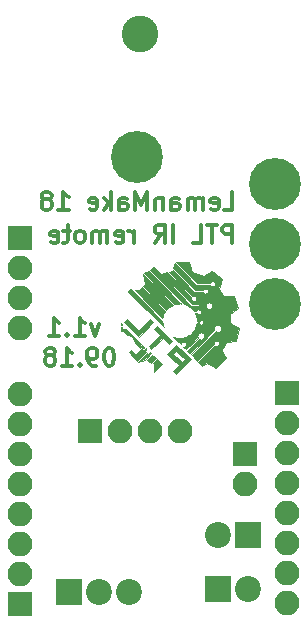
<source format=gbs>
G04 #@! TF.GenerationSoftware,KiCad,Pcbnew,5.0.0*
G04 #@! TF.CreationDate,2018-07-28T19:03:07+02:00*
G04 #@! TF.ProjectId,PTL-IR_remote,50544C2D49525F72656D6F74652E6B69,v1.1*
G04 #@! TF.SameCoordinates,PXa4b7f80PY71d9820*
G04 #@! TF.FileFunction,Soldermask,Bot*
G04 #@! TF.FilePolarity,Negative*
%FSLAX46Y46*%
G04 Gerber Fmt 4.6, Leading zero omitted, Abs format (unit mm)*
G04 Created by KiCad (PCBNEW 5.0.0) date Sat Jul 28 19:03:07 2018*
%MOMM*%
%LPD*%
G01*
G04 APERTURE LIST*
%ADD10C,0.300000*%
%ADD11C,0.000120*%
%ADD12C,4.400500*%
%ADD13R,2.200000X2.200000*%
%ADD14C,2.200000*%
%ADD15R,2.100000X2.100000*%
%ADD16O,2.100000X2.100000*%
%ADD17C,3.100000*%
G04 APERTURE END LIST*
D10*
X18545571Y34627429D02*
X19259857Y34627429D01*
X19259857Y36127429D01*
X17474142Y34698858D02*
X17617000Y34627429D01*
X17902714Y34627429D01*
X18045571Y34698858D01*
X18117000Y34841715D01*
X18117000Y35413143D01*
X18045571Y35556000D01*
X17902714Y35627429D01*
X17617000Y35627429D01*
X17474142Y35556000D01*
X17402714Y35413143D01*
X17402714Y35270286D01*
X18117000Y35127429D01*
X16759857Y34627429D02*
X16759857Y35627429D01*
X16759857Y35484572D02*
X16688428Y35556000D01*
X16545571Y35627429D01*
X16331285Y35627429D01*
X16188428Y35556000D01*
X16117000Y35413143D01*
X16117000Y34627429D01*
X16117000Y35413143D02*
X16045571Y35556000D01*
X15902714Y35627429D01*
X15688428Y35627429D01*
X15545571Y35556000D01*
X15474142Y35413143D01*
X15474142Y34627429D01*
X14117000Y34627429D02*
X14117000Y35413143D01*
X14188428Y35556000D01*
X14331285Y35627429D01*
X14617000Y35627429D01*
X14759857Y35556000D01*
X14117000Y34698858D02*
X14259857Y34627429D01*
X14617000Y34627429D01*
X14759857Y34698858D01*
X14831285Y34841715D01*
X14831285Y34984572D01*
X14759857Y35127429D01*
X14617000Y35198858D01*
X14259857Y35198858D01*
X14117000Y35270286D01*
X13402714Y35627429D02*
X13402714Y34627429D01*
X13402714Y35484572D02*
X13331285Y35556000D01*
X13188428Y35627429D01*
X12974142Y35627429D01*
X12831285Y35556000D01*
X12759857Y35413143D01*
X12759857Y34627429D01*
X12045571Y34627429D02*
X12045571Y36127429D01*
X11545571Y35056000D01*
X11045571Y36127429D01*
X11045571Y34627429D01*
X9688428Y34627429D02*
X9688428Y35413143D01*
X9759857Y35556000D01*
X9902714Y35627429D01*
X10188428Y35627429D01*
X10331285Y35556000D01*
X9688428Y34698858D02*
X9831285Y34627429D01*
X10188428Y34627429D01*
X10331285Y34698858D01*
X10402714Y34841715D01*
X10402714Y34984572D01*
X10331285Y35127429D01*
X10188428Y35198858D01*
X9831285Y35198858D01*
X9688428Y35270286D01*
X8974142Y34627429D02*
X8974142Y36127429D01*
X8831285Y35198858D02*
X8402714Y34627429D01*
X8402714Y35627429D02*
X8974142Y35056000D01*
X7188428Y34698858D02*
X7331285Y34627429D01*
X7617000Y34627429D01*
X7759857Y34698858D01*
X7831285Y34841715D01*
X7831285Y35413143D01*
X7759857Y35556000D01*
X7617000Y35627429D01*
X7331285Y35627429D01*
X7188428Y35556000D01*
X7117000Y35413143D01*
X7117000Y35270286D01*
X7831285Y35127429D01*
X4545571Y34627429D02*
X5402714Y34627429D01*
X4974142Y34627429D02*
X4974142Y36127429D01*
X5117000Y35913143D01*
X5259857Y35770286D01*
X5402714Y35698858D01*
X3688428Y35484572D02*
X3831285Y35556000D01*
X3902714Y35627429D01*
X3974142Y35770286D01*
X3974142Y35841715D01*
X3902714Y35984572D01*
X3831285Y36056000D01*
X3688428Y36127429D01*
X3402714Y36127429D01*
X3259857Y36056000D01*
X3188428Y35984572D01*
X3117000Y35841715D01*
X3117000Y35770286D01*
X3188428Y35627429D01*
X3259857Y35556000D01*
X3402714Y35484572D01*
X3688428Y35484572D01*
X3831285Y35413143D01*
X3902714Y35341715D01*
X3974142Y35198858D01*
X3974142Y34913143D01*
X3902714Y34770286D01*
X3831285Y34698858D01*
X3688428Y34627429D01*
X3402714Y34627429D01*
X3259857Y34698858D01*
X3188428Y34770286D01*
X3117000Y34913143D01*
X3117000Y35198858D01*
X3188428Y35341715D01*
X3259857Y35413143D01*
X3402714Y35484572D01*
X7984857Y24959429D02*
X7627714Y23959429D01*
X7270571Y24959429D01*
X5913428Y23959429D02*
X6770571Y23959429D01*
X6342000Y23959429D02*
X6342000Y25459429D01*
X6484857Y25245143D01*
X6627714Y25102286D01*
X6770571Y25030858D01*
X5270571Y24102286D02*
X5199142Y24030858D01*
X5270571Y23959429D01*
X5342000Y24030858D01*
X5270571Y24102286D01*
X5270571Y23959429D01*
X3770571Y23959429D02*
X4627714Y23959429D01*
X4199142Y23959429D02*
X4199142Y25459429D01*
X4342000Y25245143D01*
X4484857Y25102286D01*
X4627714Y25030858D01*
X19259857Y31833429D02*
X19259857Y33333429D01*
X18688428Y33333429D01*
X18545571Y33262000D01*
X18474142Y33190572D01*
X18402714Y33047715D01*
X18402714Y32833429D01*
X18474142Y32690572D01*
X18545571Y32619143D01*
X18688428Y32547715D01*
X19259857Y32547715D01*
X17974142Y33333429D02*
X17117000Y33333429D01*
X17545571Y31833429D02*
X17545571Y33333429D01*
X15902714Y31833429D02*
X16617000Y31833429D01*
X16617000Y33333429D01*
X14259857Y31833429D02*
X14259857Y33333429D01*
X12688428Y31833429D02*
X13188428Y32547715D01*
X13545571Y31833429D02*
X13545571Y33333429D01*
X12974142Y33333429D01*
X12831285Y33262000D01*
X12759857Y33190572D01*
X12688428Y33047715D01*
X12688428Y32833429D01*
X12759857Y32690572D01*
X12831285Y32619143D01*
X12974142Y32547715D01*
X13545571Y32547715D01*
X10902714Y31833429D02*
X10902714Y32833429D01*
X10902714Y32547715D02*
X10831285Y32690572D01*
X10759857Y32762000D01*
X10617000Y32833429D01*
X10474142Y32833429D01*
X9402714Y31904858D02*
X9545571Y31833429D01*
X9831285Y31833429D01*
X9974142Y31904858D01*
X10045571Y32047715D01*
X10045571Y32619143D01*
X9974142Y32762000D01*
X9831285Y32833429D01*
X9545571Y32833429D01*
X9402714Y32762000D01*
X9331285Y32619143D01*
X9331285Y32476286D01*
X10045571Y32333429D01*
X8688428Y31833429D02*
X8688428Y32833429D01*
X8688428Y32690572D02*
X8617000Y32762000D01*
X8474142Y32833429D01*
X8259857Y32833429D01*
X8117000Y32762000D01*
X8045571Y32619143D01*
X8045571Y31833429D01*
X8045571Y32619143D02*
X7974142Y32762000D01*
X7831285Y32833429D01*
X7617000Y32833429D01*
X7474142Y32762000D01*
X7402714Y32619143D01*
X7402714Y31833429D01*
X6474142Y31833429D02*
X6617000Y31904858D01*
X6688428Y31976286D01*
X6759857Y32119143D01*
X6759857Y32547715D01*
X6688428Y32690572D01*
X6617000Y32762000D01*
X6474142Y32833429D01*
X6259857Y32833429D01*
X6117000Y32762000D01*
X6045571Y32690572D01*
X5974142Y32547715D01*
X5974142Y32119143D01*
X6045571Y31976286D01*
X6117000Y31904858D01*
X6259857Y31833429D01*
X6474142Y31833429D01*
X5545571Y32833429D02*
X4974142Y32833429D01*
X5331285Y33333429D02*
X5331285Y32047715D01*
X5259857Y31904858D01*
X5117000Y31833429D01*
X4974142Y31833429D01*
X3902714Y31904858D02*
X4045571Y31833429D01*
X4331285Y31833429D01*
X4474142Y31904858D01*
X4545571Y32047715D01*
X4545571Y32619143D01*
X4474142Y32762000D01*
X4331285Y32833429D01*
X4045571Y32833429D01*
X3902714Y32762000D01*
X3831285Y32619143D01*
X3831285Y32476286D01*
X4545571Y32333429D01*
X8921428Y22919429D02*
X8778571Y22919429D01*
X8635714Y22848000D01*
X8564285Y22776572D01*
X8492857Y22633715D01*
X8421428Y22348000D01*
X8421428Y21990858D01*
X8492857Y21705143D01*
X8564285Y21562286D01*
X8635714Y21490858D01*
X8778571Y21419429D01*
X8921428Y21419429D01*
X9064285Y21490858D01*
X9135714Y21562286D01*
X9207142Y21705143D01*
X9278571Y21990858D01*
X9278571Y22348000D01*
X9207142Y22633715D01*
X9135714Y22776572D01*
X9064285Y22848000D01*
X8921428Y22919429D01*
X7707142Y21419429D02*
X7421428Y21419429D01*
X7278571Y21490858D01*
X7207142Y21562286D01*
X7064285Y21776572D01*
X6992857Y22062286D01*
X6992857Y22633715D01*
X7064285Y22776572D01*
X7135714Y22848000D01*
X7278571Y22919429D01*
X7564285Y22919429D01*
X7707142Y22848000D01*
X7778571Y22776572D01*
X7850000Y22633715D01*
X7850000Y22276572D01*
X7778571Y22133715D01*
X7707142Y22062286D01*
X7564285Y21990858D01*
X7278571Y21990858D01*
X7135714Y22062286D01*
X7064285Y22133715D01*
X6992857Y22276572D01*
X6350000Y21562286D02*
X6278571Y21490858D01*
X6350000Y21419429D01*
X6421428Y21490858D01*
X6350000Y21562286D01*
X6350000Y21419429D01*
X4850000Y21419429D02*
X5707142Y21419429D01*
X5278571Y21419429D02*
X5278571Y22919429D01*
X5421428Y22705143D01*
X5564285Y22562286D01*
X5707142Y22490858D01*
X3992857Y22276572D02*
X4135714Y22348000D01*
X4207142Y22419429D01*
X4278571Y22562286D01*
X4278571Y22633715D01*
X4207142Y22776572D01*
X4135714Y22848000D01*
X3992857Y22919429D01*
X3707142Y22919429D01*
X3564285Y22848000D01*
X3492857Y22776572D01*
X3421428Y22633715D01*
X3421428Y22562286D01*
X3492857Y22419429D01*
X3564285Y22348000D01*
X3707142Y22276572D01*
X3992857Y22276572D01*
X4135714Y22205143D01*
X4207142Y22133715D01*
X4278571Y21990858D01*
X4278571Y21705143D01*
X4207142Y21562286D01*
X4135714Y21490858D01*
X3992857Y21419429D01*
X3707142Y21419429D01*
X3564285Y21490858D01*
X3492857Y21562286D01*
X3421428Y21705143D01*
X3421428Y21990858D01*
X3492857Y22133715D01*
X3564285Y22205143D01*
X3707142Y22276572D01*
D11*
G04 #@! TO.C,*
G36*
X12596865Y25530103D02*
X10459076Y27667892D01*
X10563422Y27883041D01*
X10782483Y27857932D01*
X13341308Y25226913D01*
X13341308Y25222283D01*
X13340982Y25220196D01*
X13340982Y25218044D01*
X13347699Y25078611D01*
X13367134Y24943157D01*
X13398633Y24811877D01*
X13441480Y24685553D01*
X12596865Y25530103D01*
G37*
X12596865Y25530103D02*
X10459076Y27667892D01*
X10563422Y27883041D01*
X10782483Y27857932D01*
X13341308Y25226913D01*
X13341308Y25222283D01*
X13340982Y25220196D01*
X13340982Y25218044D01*
X13347699Y25078611D01*
X13367134Y24943157D01*
X13398633Y24811877D01*
X13441480Y24685553D01*
X12596865Y25530103D01*
G36*
X11895985Y22661371D02*
X11897420Y22631958D01*
X11902703Y22603328D01*
X11911181Y22575742D01*
X11922529Y22549199D01*
X11167455Y21770451D01*
X10557096Y22546003D01*
X10659746Y22707674D01*
X11041522Y22314616D01*
X11531883Y22820172D01*
X11568665Y22797934D01*
X11608317Y22781629D01*
X11649729Y22771717D01*
X11692185Y22768195D01*
X11768944Y22779151D01*
X11837617Y22810651D01*
X11894942Y22858780D01*
X11938441Y22921062D01*
X11953311Y22905801D01*
X11983701Y22875410D01*
X11998571Y22860215D01*
X11956506Y22822716D01*
X11923898Y22775630D01*
X11903029Y22721109D01*
X11895985Y22661371D01*
G37*
X11895985Y22661371D02*
X11897420Y22631958D01*
X11902703Y22603328D01*
X11911181Y22575742D01*
X11922529Y22549199D01*
X11167455Y21770451D01*
X10557096Y22546003D01*
X10659746Y22707674D01*
X11041522Y22314616D01*
X11531883Y22820172D01*
X11568665Y22797934D01*
X11608317Y22781629D01*
X11649729Y22771717D01*
X11692185Y22768195D01*
X11768944Y22779151D01*
X11837617Y22810651D01*
X11894942Y22858780D01*
X11938441Y22921062D01*
X11953311Y22905801D01*
X11983701Y22875410D01*
X11998571Y22860215D01*
X11956506Y22822716D01*
X11923898Y22775630D01*
X11903029Y22721109D01*
X11895985Y22661371D01*
G36*
X9938976Y24920462D02*
X9891890Y24823550D01*
X9836000Y24823550D01*
X9812000Y25047177D01*
X9938976Y24920462D01*
G37*
X9938976Y24920462D02*
X9891890Y24823550D01*
X9836000Y24823550D01*
X9812000Y25047177D01*
X9938976Y24920462D01*
G36*
X11841856Y21892145D02*
X11298018Y21699300D01*
X12023353Y22446940D01*
X12048852Y22434875D01*
X12075395Y22426397D01*
X12102982Y22421440D01*
X12130894Y22419679D01*
X12190698Y22427440D01*
X12244827Y22450135D01*
X12291196Y22485482D01*
X12328369Y22531134D01*
X12346760Y22512352D01*
X12402977Y22456135D01*
X11841856Y21892145D01*
G37*
X11841856Y21892145D02*
X11298018Y21699300D01*
X12023353Y22446940D01*
X12048852Y22434875D01*
X12075395Y22426397D01*
X12102982Y22421440D01*
X12130894Y22419679D01*
X12190698Y22427440D01*
X12244827Y22450135D01*
X12291196Y22485482D01*
X12328369Y22531134D01*
X12346760Y22512352D01*
X12402977Y22456135D01*
X11841856Y21892145D01*
G36*
X11692185Y22912584D02*
X11638381Y22923866D01*
X11594491Y22954648D01*
X11564817Y22999973D01*
X11553861Y23055864D01*
X11562339Y23105037D01*
X11584969Y23146775D01*
X11619664Y23178275D01*
X11662837Y23196340D01*
X11826987Y23032125D01*
X11811074Y22985104D01*
X11781009Y22946887D01*
X11740314Y22921779D01*
X11692185Y22912584D01*
G37*
X11692185Y22912584D02*
X11638381Y22923866D01*
X11594491Y22954648D01*
X11564817Y22999973D01*
X11553861Y23055864D01*
X11562339Y23105037D01*
X11584969Y23146775D01*
X11619664Y23178275D01*
X11662837Y23196340D01*
X11826987Y23032125D01*
X11811074Y22985104D01*
X11781009Y22946887D01*
X11740314Y22921779D01*
X11692185Y22912584D01*
G36*
X10152298Y24473600D02*
X10186993Y24475752D01*
X10221362Y24482796D01*
X10254231Y24494469D01*
X10286122Y24510773D01*
X11497905Y23262469D01*
X11460797Y23218252D01*
X11433537Y23168036D01*
X11416907Y23113515D01*
X11410907Y23055864D01*
X11412994Y23023973D01*
X11418342Y22992539D01*
X11427146Y22961757D01*
X11439863Y22931627D01*
X11432102Y22923866D01*
X11424668Y22916105D01*
X11417233Y22908671D01*
X11409798Y22900910D01*
X10988045Y23335707D01*
X10747853Y23932631D01*
X10315078Y24028890D01*
X9981497Y24372776D01*
X9884847Y24372776D01*
X9851978Y24679162D01*
X9891890Y24679162D01*
X9928737Y24595685D01*
X9987432Y24530925D01*
X10063930Y24488469D01*
X10152298Y24473600D01*
G37*
X10152298Y24473600D02*
X10186993Y24475752D01*
X10221362Y24482796D01*
X10254231Y24494469D01*
X10286122Y24510773D01*
X11497905Y23262469D01*
X11460797Y23218252D01*
X11433537Y23168036D01*
X11416907Y23113515D01*
X11410907Y23055864D01*
X11412994Y23023973D01*
X11418342Y22992539D01*
X11427146Y22961757D01*
X11439863Y22931627D01*
X11432102Y22923866D01*
X11424668Y22916105D01*
X11417233Y22908671D01*
X11409798Y22900910D01*
X10988045Y23335707D01*
X10747853Y23932631D01*
X10315078Y24028890D01*
X9981497Y24372776D01*
X9884847Y24372776D01*
X9851978Y24679162D01*
X9891890Y24679162D01*
X9928737Y24595685D01*
X9987432Y24530925D01*
X10063930Y24488469D01*
X10152298Y24473600D01*
G36*
X14803000Y26680062D02*
X14685872Y26675105D01*
X14571222Y26661279D01*
X14459376Y26638649D01*
X14350791Y26607867D01*
X11813552Y29222974D01*
X12201654Y29466035D01*
X14910150Y26674388D01*
X14883281Y26676475D01*
X14856738Y26678301D01*
X14829869Y26679344D01*
X14803000Y26680062D01*
G37*
X14803000Y26680062D02*
X14685872Y26675105D01*
X14571222Y26661279D01*
X14459376Y26638649D01*
X14350791Y26607867D01*
X11813552Y29222974D01*
X12201654Y29466035D01*
X14910150Y26674388D01*
X14883281Y26676475D01*
X14856738Y26678301D01*
X14829869Y26679344D01*
X14803000Y26680062D01*
G36*
X14206076Y26551586D02*
X14058557Y26475152D01*
X13921602Y26383197D01*
X13796322Y26277025D01*
X13683498Y26157419D01*
X11740314Y28160797D01*
X11894942Y28315033D01*
X11699945Y29134867D01*
X14206076Y26551586D01*
G37*
X14206076Y26551586D02*
X14058557Y26475152D01*
X13921602Y26383197D01*
X13796322Y26277025D01*
X13683498Y26157419D01*
X11740314Y28160797D01*
X11894942Y28315033D01*
X11699945Y29134867D01*
X14206076Y26551586D01*
G36*
X13356177Y25416888D02*
X11007153Y27832433D01*
X11418994Y27785347D01*
X11642294Y28056059D01*
X13596108Y26042116D01*
X13510088Y25899488D01*
X13441089Y25747013D01*
X13389438Y25585668D01*
X13356177Y25416888D01*
G37*
X13356177Y25416888D02*
X11007153Y27832433D01*
X11418994Y27785347D01*
X11642294Y28056059D01*
X13596108Y26042116D01*
X13510088Y25899488D01*
X13441089Y25747013D01*
X13389438Y25585668D01*
X13356177Y25416888D01*
G36*
X17816448Y23107124D02*
X17919424Y23082407D01*
X18007531Y23100080D01*
X18079334Y23148536D01*
X18127855Y23220404D01*
X18145855Y23308512D01*
X18127855Y23396227D01*
X18079334Y23468031D01*
X18007531Y23516878D01*
X17919424Y23534551D01*
X17831317Y23516878D01*
X17759514Y23468031D01*
X17710993Y23396227D01*
X17693319Y23308512D01*
X17698993Y23257904D01*
X17716341Y23209774D01*
X16295735Y21831298D01*
X15828721Y22298312D01*
X17848991Y24314016D01*
X17883686Y24297386D01*
X17920468Y24284995D01*
X17958684Y24277951D01*
X17997619Y24275473D01*
X18115790Y24299212D01*
X18212376Y24364624D01*
X18277853Y24461209D01*
X18301918Y24579381D01*
X18277853Y24697944D01*
X18212376Y24794529D01*
X18115790Y24860006D01*
X17997619Y24883680D01*
X17879055Y24860006D01*
X17782470Y24794529D01*
X17717058Y24697944D01*
X17693319Y24579381D01*
X17696515Y24535164D01*
X17706428Y24492382D01*
X17722341Y24451296D01*
X17744645Y24412427D01*
X15727832Y22399136D01*
X15438793Y22688240D01*
X16434776Y23674310D01*
X16472667Y23651353D01*
X16512253Y23634332D01*
X16553665Y23623702D01*
X16596512Y23619137D01*
X16602838Y23619137D01*
X16717163Y23642875D01*
X16811270Y23707244D01*
X16876029Y23802786D01*
X16901138Y23919914D01*
X16896507Y23979652D01*
X16880986Y24036651D01*
X16854769Y24089737D01*
X16818704Y24137149D01*
X16773770Y24176410D01*
X16723162Y24205757D01*
X16667924Y24224539D01*
X16609230Y24231974D01*
X16602512Y24231974D01*
X16488580Y24208235D01*
X16394472Y24143867D01*
X16330039Y24048651D01*
X16304604Y23931914D01*
X16305974Y23892262D01*
X16312691Y23854046D01*
X16323713Y23816938D01*
X16339626Y23781525D01*
X15337578Y22789455D01*
X15124255Y23002778D01*
X15204537Y23025082D01*
X15269688Y23073537D01*
X15313513Y23141819D01*
X15330534Y23223926D01*
X15314948Y23312751D01*
X15268970Y23385989D01*
X15199580Y23436531D01*
X15113625Y23456357D01*
X15027670Y23439401D01*
X14956911Y23393032D01*
X14908064Y23324033D01*
X14887520Y23239122D01*
X14269075Y23857632D01*
X14395725Y23814459D01*
X14527331Y23782569D01*
X14663177Y23762808D01*
X14803000Y23756091D01*
X14939889Y23762417D01*
X15073256Y23781199D01*
X15202776Y23811590D01*
X15327339Y23853002D01*
X15446554Y23905371D01*
X15560161Y23967652D01*
X15666985Y24039129D01*
X15767157Y24119802D01*
X15859504Y24208952D01*
X15944024Y24305929D01*
X16019740Y24409949D01*
X16086652Y24520686D01*
X16143259Y24637423D01*
X16189954Y24759508D01*
X16225302Y24886875D01*
X16249758Y25018482D01*
X16483232Y25006808D01*
X16509775Y24956592D01*
X16548383Y24917984D01*
X16596512Y24893267D01*
X16651294Y24884723D01*
X16722119Y24899267D01*
X16779770Y24939244D01*
X16819030Y24998656D01*
X16833182Y25071242D01*
X16819030Y25144088D01*
X16779770Y25203892D01*
X16722119Y25243869D01*
X16651294Y25258739D01*
X16600034Y25250978D01*
X16554383Y25229391D01*
X16516166Y25195414D01*
X16487862Y25150088D01*
X16262149Y25161762D01*
X16264953Y25217718D01*
X16262149Y25308955D01*
X16253605Y25398823D01*
X16239845Y25486930D01*
X16221062Y25572950D01*
X16196998Y25657145D01*
X16168368Y25739252D01*
X16134781Y25819207D01*
X16096891Y25896684D01*
X16212584Y25891401D01*
X16243366Y25834076D01*
X16288692Y25790186D01*
X16344582Y25761882D01*
X16407907Y25751643D01*
X16489297Y25768599D01*
X16555817Y25814251D01*
X16600751Y25882141D01*
X16616990Y25965291D01*
X16600751Y26048834D01*
X16555817Y26117115D01*
X16489297Y26163092D01*
X16407907Y26179723D01*
X16343473Y26169484D01*
X16286866Y26139745D01*
X16241279Y26094485D01*
X16210432Y26036051D01*
X16007740Y26045312D01*
X15838243Y26249113D01*
X15740223Y26338589D01*
X15634768Y26418936D01*
X15521553Y26489695D01*
X15402338Y26550216D01*
X15276731Y26599715D01*
X15145842Y26637606D01*
X12326217Y29544229D01*
X12631560Y29735313D01*
X12697754Y29682553D01*
X15799309Y26485456D01*
X17006201Y26426370D01*
X17042983Y26344263D01*
X17102069Y26279895D01*
X17178176Y26237765D01*
X17265175Y26222570D01*
X17369586Y26244156D01*
X17455215Y26303568D01*
X17512866Y26391349D01*
X17534127Y26498891D01*
X17512866Y26606106D01*
X17455215Y26693822D01*
X17369586Y26752908D01*
X17265175Y26774495D01*
X17177133Y26759626D01*
X17101025Y26717887D01*
X17042657Y26653519D01*
X17006201Y26570694D01*
X15862308Y26626976D01*
X13350504Y29215865D01*
X13727715Y29335472D01*
X15789396Y27210400D01*
X15779157Y27185292D01*
X15771722Y27159792D01*
X15767157Y27133641D01*
X15765723Y27107489D01*
X15784114Y27014034D01*
X15834330Y26937275D01*
X15909003Y26885949D01*
X15999914Y26866841D01*
X16091217Y26885949D01*
X16165498Y26937275D01*
X16216106Y27014034D01*
X16234497Y27107489D01*
X16216106Y27200879D01*
X16165498Y27277312D01*
X16091217Y27328572D01*
X15999914Y27347680D01*
X15970567Y27345594D01*
X15941937Y27339920D01*
X15913633Y27330007D01*
X15886699Y27316572D01*
X13890429Y29374015D01*
X14184815Y29430623D01*
X14228380Y29541360D01*
X16048044Y27665414D01*
X16060826Y27664697D01*
X16797835Y27640632D01*
X16829269Y27586176D01*
X16873877Y27544047D01*
X16928398Y27517178D01*
X16989571Y27507591D01*
X17070243Y27524221D01*
X17136047Y27569872D01*
X17180654Y27637502D01*
X17196893Y27720261D01*
X17180654Y27803086D01*
X17136047Y27870976D01*
X17070243Y27916627D01*
X16989571Y27933257D01*
X16924094Y27922692D01*
X16867160Y27892236D01*
X16821509Y27845150D01*
X16792161Y27785021D01*
X16109999Y27807325D01*
X14285314Y29687835D01*
X14440659Y30085263D01*
X16198758Y28273295D01*
X16211541Y28273295D01*
X17385173Y28254513D01*
X17417716Y28205339D01*
X17461215Y28167840D01*
X17513257Y28143775D01*
X17570909Y28135297D01*
X17651581Y28152253D01*
X17717710Y28197905D01*
X17761992Y28265534D01*
X17778622Y28348294D01*
X17761992Y28431118D01*
X17717710Y28498682D01*
X17651581Y28544334D01*
X17570909Y28560964D01*
X17509018Y28551377D01*
X17454171Y28524182D01*
X17409564Y28481661D01*
X17378455Y28426488D01*
X16270953Y28443509D01*
X14541483Y30226000D01*
X15598704Y30177153D01*
X15846395Y29353146D01*
X16106086Y29280625D01*
X16358734Y29192192D01*
X16603947Y29088824D01*
X16841008Y28970652D01*
X17568104Y29422862D01*
X18420089Y28721591D01*
X18124986Y27913105D01*
X18234680Y27773347D01*
X18338700Y27628306D01*
X18436328Y27479287D01*
X18528348Y27325768D01*
X19386007Y27322964D01*
X19735567Y26276308D01*
X19055883Y25747730D01*
X19070752Y25614689D01*
X19081708Y25480604D01*
X19088426Y25345411D01*
X19090904Y25209174D01*
X19090578Y25166066D01*
X19089534Y25122893D01*
X19088100Y25079720D01*
X19086339Y25036221D01*
X19812000Y24579055D01*
X19552635Y23506247D01*
X18697128Y23418858D01*
X18618608Y23257904D01*
X18533631Y23100798D01*
X18442393Y22947931D01*
X18345091Y22798977D01*
X18716563Y22026556D01*
X17927576Y21254917D01*
X17155546Y21635258D01*
X16733793Y21393241D01*
X16396951Y21729756D01*
X17816448Y23107124D01*
G37*
X17816448Y23107124D02*
X17919424Y23082407D01*
X18007531Y23100080D01*
X18079334Y23148536D01*
X18127855Y23220404D01*
X18145855Y23308512D01*
X18127855Y23396227D01*
X18079334Y23468031D01*
X18007531Y23516878D01*
X17919424Y23534551D01*
X17831317Y23516878D01*
X17759514Y23468031D01*
X17710993Y23396227D01*
X17693319Y23308512D01*
X17698993Y23257904D01*
X17716341Y23209774D01*
X16295735Y21831298D01*
X15828721Y22298312D01*
X17848991Y24314016D01*
X17883686Y24297386D01*
X17920468Y24284995D01*
X17958684Y24277951D01*
X17997619Y24275473D01*
X18115790Y24299212D01*
X18212376Y24364624D01*
X18277853Y24461209D01*
X18301918Y24579381D01*
X18277853Y24697944D01*
X18212376Y24794529D01*
X18115790Y24860006D01*
X17997619Y24883680D01*
X17879055Y24860006D01*
X17782470Y24794529D01*
X17717058Y24697944D01*
X17693319Y24579381D01*
X17696515Y24535164D01*
X17706428Y24492382D01*
X17722341Y24451296D01*
X17744645Y24412427D01*
X15727832Y22399136D01*
X15438793Y22688240D01*
X16434776Y23674310D01*
X16472667Y23651353D01*
X16512253Y23634332D01*
X16553665Y23623702D01*
X16596512Y23619137D01*
X16602838Y23619137D01*
X16717163Y23642875D01*
X16811270Y23707244D01*
X16876029Y23802786D01*
X16901138Y23919914D01*
X16896507Y23979652D01*
X16880986Y24036651D01*
X16854769Y24089737D01*
X16818704Y24137149D01*
X16773770Y24176410D01*
X16723162Y24205757D01*
X16667924Y24224539D01*
X16609230Y24231974D01*
X16602512Y24231974D01*
X16488580Y24208235D01*
X16394472Y24143867D01*
X16330039Y24048651D01*
X16304604Y23931914D01*
X16305974Y23892262D01*
X16312691Y23854046D01*
X16323713Y23816938D01*
X16339626Y23781525D01*
X15337578Y22789455D01*
X15124255Y23002778D01*
X15204537Y23025082D01*
X15269688Y23073537D01*
X15313513Y23141819D01*
X15330534Y23223926D01*
X15314948Y23312751D01*
X15268970Y23385989D01*
X15199580Y23436531D01*
X15113625Y23456357D01*
X15027670Y23439401D01*
X14956911Y23393032D01*
X14908064Y23324033D01*
X14887520Y23239122D01*
X14269075Y23857632D01*
X14395725Y23814459D01*
X14527331Y23782569D01*
X14663177Y23762808D01*
X14803000Y23756091D01*
X14939889Y23762417D01*
X15073256Y23781199D01*
X15202776Y23811590D01*
X15327339Y23853002D01*
X15446554Y23905371D01*
X15560161Y23967652D01*
X15666985Y24039129D01*
X15767157Y24119802D01*
X15859504Y24208952D01*
X15944024Y24305929D01*
X16019740Y24409949D01*
X16086652Y24520686D01*
X16143259Y24637423D01*
X16189954Y24759508D01*
X16225302Y24886875D01*
X16249758Y25018482D01*
X16483232Y25006808D01*
X16509775Y24956592D01*
X16548383Y24917984D01*
X16596512Y24893267D01*
X16651294Y24884723D01*
X16722119Y24899267D01*
X16779770Y24939244D01*
X16819030Y24998656D01*
X16833182Y25071242D01*
X16819030Y25144088D01*
X16779770Y25203892D01*
X16722119Y25243869D01*
X16651294Y25258739D01*
X16600034Y25250978D01*
X16554383Y25229391D01*
X16516166Y25195414D01*
X16487862Y25150088D01*
X16262149Y25161762D01*
X16264953Y25217718D01*
X16262149Y25308955D01*
X16253605Y25398823D01*
X16239845Y25486930D01*
X16221062Y25572950D01*
X16196998Y25657145D01*
X16168368Y25739252D01*
X16134781Y25819207D01*
X16096891Y25896684D01*
X16212584Y25891401D01*
X16243366Y25834076D01*
X16288692Y25790186D01*
X16344582Y25761882D01*
X16407907Y25751643D01*
X16489297Y25768599D01*
X16555817Y25814251D01*
X16600751Y25882141D01*
X16616990Y25965291D01*
X16600751Y26048834D01*
X16555817Y26117115D01*
X16489297Y26163092D01*
X16407907Y26179723D01*
X16343473Y26169484D01*
X16286866Y26139745D01*
X16241279Y26094485D01*
X16210432Y26036051D01*
X16007740Y26045312D01*
X15838243Y26249113D01*
X15740223Y26338589D01*
X15634768Y26418936D01*
X15521553Y26489695D01*
X15402338Y26550216D01*
X15276731Y26599715D01*
X15145842Y26637606D01*
X12326217Y29544229D01*
X12631560Y29735313D01*
X12697754Y29682553D01*
X15799309Y26485456D01*
X17006201Y26426370D01*
X17042983Y26344263D01*
X17102069Y26279895D01*
X17178176Y26237765D01*
X17265175Y26222570D01*
X17369586Y26244156D01*
X17455215Y26303568D01*
X17512866Y26391349D01*
X17534127Y26498891D01*
X17512866Y26606106D01*
X17455215Y26693822D01*
X17369586Y26752908D01*
X17265175Y26774495D01*
X17177133Y26759626D01*
X17101025Y26717887D01*
X17042657Y26653519D01*
X17006201Y26570694D01*
X15862308Y26626976D01*
X13350504Y29215865D01*
X13727715Y29335472D01*
X15789396Y27210400D01*
X15779157Y27185292D01*
X15771722Y27159792D01*
X15767157Y27133641D01*
X15765723Y27107489D01*
X15784114Y27014034D01*
X15834330Y26937275D01*
X15909003Y26885949D01*
X15999914Y26866841D01*
X16091217Y26885949D01*
X16165498Y26937275D01*
X16216106Y27014034D01*
X16234497Y27107489D01*
X16216106Y27200879D01*
X16165498Y27277312D01*
X16091217Y27328572D01*
X15999914Y27347680D01*
X15970567Y27345594D01*
X15941937Y27339920D01*
X15913633Y27330007D01*
X15886699Y27316572D01*
X13890429Y29374015D01*
X14184815Y29430623D01*
X14228380Y29541360D01*
X16048044Y27665414D01*
X16060826Y27664697D01*
X16797835Y27640632D01*
X16829269Y27586176D01*
X16873877Y27544047D01*
X16928398Y27517178D01*
X16989571Y27507591D01*
X17070243Y27524221D01*
X17136047Y27569872D01*
X17180654Y27637502D01*
X17196893Y27720261D01*
X17180654Y27803086D01*
X17136047Y27870976D01*
X17070243Y27916627D01*
X16989571Y27933257D01*
X16924094Y27922692D01*
X16867160Y27892236D01*
X16821509Y27845150D01*
X16792161Y27785021D01*
X16109999Y27807325D01*
X14285314Y29687835D01*
X14440659Y30085263D01*
X16198758Y28273295D01*
X16211541Y28273295D01*
X17385173Y28254513D01*
X17417716Y28205339D01*
X17461215Y28167840D01*
X17513257Y28143775D01*
X17570909Y28135297D01*
X17651581Y28152253D01*
X17717710Y28197905D01*
X17761992Y28265534D01*
X17778622Y28348294D01*
X17761992Y28431118D01*
X17717710Y28498682D01*
X17651581Y28544334D01*
X17570909Y28560964D01*
X17509018Y28551377D01*
X17454171Y28524182D01*
X17409564Y28481661D01*
X17378455Y28426488D01*
X16270953Y28443509D01*
X14541483Y30226000D01*
X15598704Y30177153D01*
X15846395Y29353146D01*
X16106086Y29280625D01*
X16358734Y29192192D01*
X16603947Y29088824D01*
X16841008Y28970652D01*
X17568104Y29422862D01*
X18420089Y28721591D01*
X18124986Y27913105D01*
X18234680Y27773347D01*
X18338700Y27628306D01*
X18436328Y27479287D01*
X18528348Y27325768D01*
X19386007Y27322964D01*
X19735567Y26276308D01*
X19055883Y25747730D01*
X19070752Y25614689D01*
X19081708Y25480604D01*
X19088426Y25345411D01*
X19090904Y25209174D01*
X19090578Y25166066D01*
X19089534Y25122893D01*
X19088100Y25079720D01*
X19086339Y25036221D01*
X19812000Y24579055D01*
X19552635Y23506247D01*
X18697128Y23418858D01*
X18618608Y23257904D01*
X18533631Y23100798D01*
X18442393Y22947931D01*
X18345091Y22798977D01*
X18716563Y22026556D01*
X17927576Y21254917D01*
X17155546Y21635258D01*
X16733793Y21393241D01*
X16396951Y21729756D01*
X17816448Y23107124D01*
G36*
X12422085Y21680192D02*
X12086678Y21934601D01*
X12504584Y22354593D01*
X12797861Y22061251D01*
X12422085Y21680192D01*
G37*
X12422085Y21680192D02*
X12086678Y21934601D01*
X12504584Y22354593D01*
X12797861Y22061251D01*
X12422085Y21680192D01*
G36*
X12622038Y20893293D02*
X12625886Y21548586D01*
X12544170Y21600237D01*
X12899403Y21960035D01*
X13301005Y21558107D01*
X12622038Y20893293D01*
G37*
X12622038Y20893293D02*
X12625886Y21548586D01*
X12544170Y21600237D01*
X12899403Y21960035D01*
X13301005Y21558107D01*
X12622038Y20893293D01*
G36*
X15755810Y21940601D02*
X14512136Y23184666D01*
X13765540Y22438070D01*
X14760870Y21443131D01*
X15009605Y21691866D01*
X14263401Y22438070D01*
X14512136Y22687196D01*
X15258340Y21940601D01*
X15009605Y21691866D01*
X14760870Y21443131D01*
X14263401Y20945661D01*
X14512136Y20696601D01*
X15755810Y21940601D01*
G37*
X15755810Y21940601D02*
X14512136Y23184666D01*
X13765540Y22438070D01*
X14760870Y21443131D01*
X15009605Y21691866D01*
X14263401Y22438070D01*
X14512136Y22687196D01*
X15258340Y21940601D01*
X15009605Y21691866D01*
X14760870Y21443131D01*
X14263401Y20945661D01*
X14512136Y20696601D01*
X15755810Y21940601D01*
G36*
X13417024Y23781916D02*
X13914885Y23284447D01*
X14163620Y23533182D01*
X12919555Y24777182D01*
X12670820Y24528121D01*
X13168289Y24030651D01*
X12173350Y23035647D01*
X12422085Y22786586D01*
X13417024Y23781916D01*
G37*
X13417024Y23781916D02*
X13914885Y23284447D01*
X14163620Y23533182D01*
X12919555Y24777182D01*
X12670820Y24528121D01*
X13168289Y24030651D01*
X12173350Y23035647D01*
X12422085Y22786586D01*
X13417024Y23781916D01*
G36*
X12571430Y25125371D02*
X12322304Y25374106D01*
X11327365Y24379167D01*
X10332100Y25374106D01*
X10083365Y25125371D01*
X11327365Y23881306D01*
X12571430Y25125371D01*
G37*
X12571430Y25125371D02*
X12322304Y25374106D01*
X11327365Y24379167D01*
X10332100Y25374106D01*
X10083365Y25125371D01*
X11327365Y23881306D01*
X12571430Y25125371D01*
G04 #@! TD*
D12*
G04 #@! TO.C,3V3*
X22860000Y36830000D03*
G04 #@! TD*
G04 #@! TO.C,D6*
X22860000Y31750000D03*
G04 #@! TD*
G04 #@! TO.C,Gnd*
X22860000Y26670000D03*
G04 #@! TD*
D13*
G04 #@! TO.C,D1*
X18034000Y2540000D03*
D14*
X20574000Y2540000D03*
G04 #@! TD*
D15*
G04 #@! TO.C,PR1*
X20320000Y13970000D03*
D16*
X20320000Y11430000D03*
G04 #@! TD*
D13*
G04 #@! TO.C,U1*
X5461000Y2286000D03*
D14*
X8001000Y2286000D03*
X10541000Y2286000D03*
G04 #@! TD*
D13*
G04 #@! TO.C,D2*
X20574000Y7112000D03*
D14*
X18034000Y7112000D03*
G04 #@! TD*
D15*
G04 #@! TO.C,bme280*
X1270000Y32194500D03*
D16*
X1270000Y29654500D03*
X1270000Y27114500D03*
X1270000Y24574500D03*
G04 #@! TD*
D15*
G04 #@! TO.C,DHT22*
X7239000Y15875000D03*
D16*
X9779000Y15875000D03*
X12319000Y15875000D03*
X14859000Y15875000D03*
G04 #@! TD*
D15*
G04 #@! TO.C,J1*
X23939500Y19113500D03*
D16*
X23939500Y16573500D03*
X23939500Y14033500D03*
X23939500Y11493500D03*
X23939500Y8953500D03*
X23939500Y6413500D03*
X23939500Y3873500D03*
X23939500Y1333500D03*
G04 #@! TD*
D15*
G04 #@! TO.C,J2*
X1270000Y1270000D03*
D16*
X1270000Y3810000D03*
X1270000Y6350000D03*
X1270000Y8890000D03*
X1270000Y11430000D03*
X1270000Y13970000D03*
X1270000Y16510000D03*
X1270000Y19050000D03*
G04 #@! TD*
D12*
G04 #@! TO.C,screw*
X11176000Y39116000D03*
G04 #@! TD*
D17*
G04 #@! TO.C,REF\002A\002A*
X11430000Y49530000D03*
G04 #@! TD*
M02*

</source>
